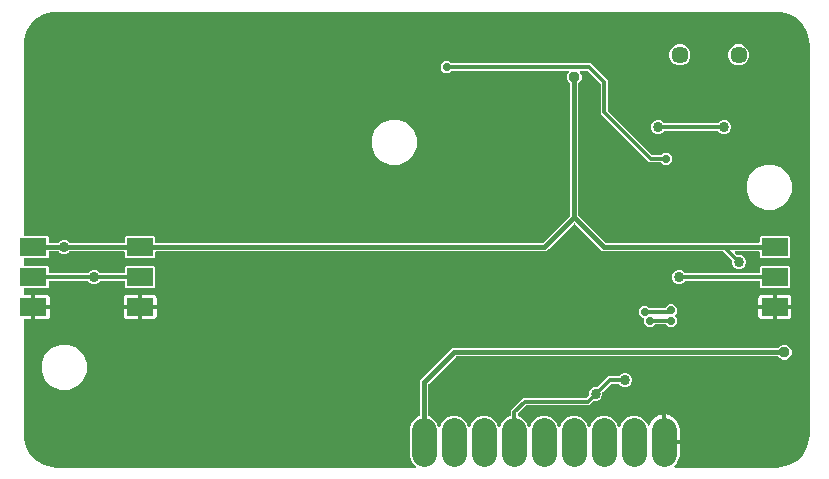
<source format=gbr>
G04 EAGLE Gerber RS-274X export*
G75*
%MOMM*%
%FSLAX34Y34*%
%LPD*%
%INTop Copper*%
%IPPOS*%
%AMOC8*
5,1,8,0,0,1.08239X$1,22.5*%
G01*
%ADD10R,2.286000X1.524000*%
%ADD11C,1.447800*%
%ADD12C,2.095500*%
%ADD13C,0.855600*%
%ADD14C,0.955600*%
%ADD15C,0.406400*%
%ADD16C,0.304800*%
%ADD17C,0.705600*%

G36*
X335271Y3822D02*
X335271Y3822D01*
X335343Y3824D01*
X335392Y3842D01*
X335443Y3850D01*
X335506Y3884D01*
X335574Y3909D01*
X335614Y3941D01*
X335660Y3966D01*
X335710Y4018D01*
X335766Y4062D01*
X335794Y4106D01*
X335830Y4144D01*
X335860Y4209D01*
X335899Y4269D01*
X335911Y4320D01*
X335933Y4367D01*
X335941Y4438D01*
X335959Y4508D01*
X335955Y4560D01*
X335960Y4611D01*
X335945Y4682D01*
X335940Y4753D01*
X335919Y4801D01*
X335908Y4852D01*
X335871Y4913D01*
X335843Y4979D01*
X335799Y5035D01*
X335782Y5063D01*
X335764Y5078D01*
X335739Y5110D01*
X332725Y8124D01*
X330898Y12535D01*
X330898Y38265D01*
X332725Y42676D01*
X336101Y46052D01*
X338873Y47201D01*
X338973Y47262D01*
X339073Y47322D01*
X339077Y47327D01*
X339082Y47330D01*
X339157Y47420D01*
X339233Y47509D01*
X339235Y47515D01*
X339239Y47520D01*
X339281Y47628D01*
X339325Y47737D01*
X339326Y47745D01*
X339327Y47749D01*
X339328Y47768D01*
X339343Y47904D01*
X339343Y77673D01*
X366827Y105157D01*
X642028Y105157D01*
X642118Y105171D01*
X642209Y105179D01*
X642239Y105191D01*
X642271Y105196D01*
X642351Y105239D01*
X642435Y105275D01*
X642467Y105301D01*
X642488Y105312D01*
X642510Y105335D01*
X642566Y105380D01*
X644130Y106943D01*
X646446Y107903D01*
X648954Y107903D01*
X651270Y106943D01*
X653043Y105170D01*
X654003Y102854D01*
X654003Y100346D01*
X653043Y98030D01*
X651270Y96257D01*
X648954Y95297D01*
X646446Y95297D01*
X644130Y96257D01*
X642566Y97820D01*
X642492Y97873D01*
X642423Y97933D01*
X642393Y97945D01*
X642367Y97964D01*
X642280Y97991D01*
X642195Y98025D01*
X642154Y98029D01*
X642131Y98036D01*
X642099Y98035D01*
X642028Y98043D01*
X370089Y98043D01*
X369998Y98029D01*
X369908Y98021D01*
X369878Y98009D01*
X369846Y98004D01*
X369765Y97961D01*
X369681Y97925D01*
X369649Y97899D01*
X369628Y97888D01*
X369606Y97865D01*
X369550Y97820D01*
X346680Y74950D01*
X346627Y74876D01*
X346567Y74806D01*
X346555Y74776D01*
X346536Y74750D01*
X346509Y74663D01*
X346475Y74578D01*
X346471Y74537D01*
X346464Y74515D01*
X346465Y74483D01*
X346457Y74411D01*
X346457Y47904D01*
X346476Y47789D01*
X346493Y47673D01*
X346495Y47667D01*
X346496Y47661D01*
X346551Y47559D01*
X346604Y47454D01*
X346609Y47449D01*
X346612Y47444D01*
X346696Y47364D01*
X346780Y47282D01*
X346786Y47278D01*
X346790Y47275D01*
X346807Y47267D01*
X346927Y47201D01*
X349699Y46052D01*
X353075Y42676D01*
X354897Y38278D01*
X354935Y38217D01*
X354964Y38152D01*
X354999Y38114D01*
X355026Y38069D01*
X355082Y38023D01*
X355130Y37971D01*
X355176Y37946D01*
X355216Y37912D01*
X355283Y37887D01*
X355346Y37852D01*
X355397Y37843D01*
X355445Y37824D01*
X355517Y37821D01*
X355588Y37808D01*
X355639Y37816D01*
X355691Y37814D01*
X355760Y37834D01*
X355831Y37844D01*
X355877Y37868D01*
X355927Y37882D01*
X355986Y37923D01*
X356050Y37956D01*
X356087Y37993D01*
X356129Y38023D01*
X356172Y38080D01*
X356222Y38131D01*
X356257Y38194D01*
X356276Y38220D01*
X356283Y38242D01*
X356303Y38278D01*
X358125Y42676D01*
X361501Y46052D01*
X365913Y47880D01*
X370687Y47880D01*
X375099Y46052D01*
X378475Y42676D01*
X380297Y38278D01*
X380334Y38217D01*
X380364Y38152D01*
X380399Y38113D01*
X380426Y38069D01*
X380481Y38024D01*
X380530Y37971D01*
X380576Y37946D01*
X380616Y37912D01*
X380683Y37887D01*
X380746Y37852D01*
X380797Y37843D01*
X380845Y37824D01*
X380917Y37821D01*
X380988Y37808D01*
X381039Y37816D01*
X381091Y37814D01*
X381160Y37834D01*
X381231Y37844D01*
X381277Y37868D01*
X381327Y37882D01*
X381386Y37923D01*
X381450Y37956D01*
X381487Y37993D01*
X381529Y38023D01*
X381572Y38080D01*
X381622Y38131D01*
X381657Y38194D01*
X381676Y38220D01*
X381683Y38242D01*
X381703Y38278D01*
X383525Y42676D01*
X386901Y46052D01*
X391313Y47880D01*
X396087Y47880D01*
X400499Y46052D01*
X403875Y42676D01*
X405697Y38278D01*
X405734Y38217D01*
X405764Y38152D01*
X405799Y38113D01*
X405826Y38069D01*
X405881Y38024D01*
X405930Y37971D01*
X405976Y37946D01*
X406016Y37912D01*
X406083Y37887D01*
X406146Y37852D01*
X406197Y37843D01*
X406245Y37824D01*
X406317Y37821D01*
X406388Y37808D01*
X406439Y37816D01*
X406491Y37814D01*
X406560Y37834D01*
X406631Y37844D01*
X406677Y37868D01*
X406727Y37882D01*
X406786Y37923D01*
X406850Y37956D01*
X406887Y37993D01*
X406929Y38023D01*
X406972Y38080D01*
X407022Y38131D01*
X407057Y38194D01*
X407076Y38220D01*
X407083Y38242D01*
X407103Y38278D01*
X408925Y42676D01*
X412301Y46052D01*
X415581Y47411D01*
X415680Y47472D01*
X415781Y47533D01*
X415785Y47537D01*
X415790Y47541D01*
X415864Y47630D01*
X415941Y47720D01*
X415943Y47725D01*
X415947Y47730D01*
X415989Y47838D01*
X416033Y47948D01*
X416034Y47955D01*
X416035Y47960D01*
X416036Y47978D01*
X416051Y48114D01*
X416051Y52063D01*
X426727Y62739D01*
X480046Y62739D01*
X480136Y62753D01*
X480227Y62761D01*
X480257Y62773D01*
X480289Y62778D01*
X480369Y62821D01*
X480453Y62857D01*
X480485Y62883D01*
X480506Y62894D01*
X480528Y62917D01*
X480584Y62962D01*
X481948Y64326D01*
X482001Y64400D01*
X482061Y64469D01*
X482073Y64499D01*
X482092Y64526D01*
X482119Y64613D01*
X482153Y64697D01*
X482157Y64738D01*
X482164Y64761D01*
X482163Y64793D01*
X482171Y64864D01*
X482171Y67194D01*
X483055Y69327D01*
X484687Y70959D01*
X486820Y71843D01*
X489150Y71843D01*
X489240Y71857D01*
X489331Y71865D01*
X489361Y71877D01*
X489393Y71882D01*
X489473Y71925D01*
X489557Y71961D01*
X489589Y71987D01*
X489610Y71998D01*
X489632Y72021D01*
X489688Y72066D01*
X498688Y81066D01*
X507393Y81066D01*
X507483Y81081D01*
X507574Y81088D01*
X507604Y81100D01*
X507636Y81106D01*
X507717Y81148D01*
X507800Y81184D01*
X507833Y81210D01*
X507853Y81221D01*
X507875Y81244D01*
X507931Y81289D01*
X509579Y82937D01*
X511712Y83820D01*
X514020Y83820D01*
X516153Y82937D01*
X517785Y81304D01*
X518669Y79171D01*
X518669Y76863D01*
X517785Y74730D01*
X516153Y73098D01*
X514020Y72215D01*
X511712Y72215D01*
X509579Y73098D01*
X507931Y74746D01*
X507857Y74799D01*
X507788Y74858D01*
X507758Y74870D01*
X507732Y74889D01*
X507645Y74916D01*
X507560Y74950D01*
X507519Y74955D01*
X507497Y74961D01*
X507464Y74961D01*
X507393Y74969D01*
X501529Y74969D01*
X501439Y74954D01*
X501348Y74947D01*
X501319Y74934D01*
X501287Y74929D01*
X501206Y74886D01*
X501122Y74850D01*
X501090Y74825D01*
X501069Y74814D01*
X501047Y74790D01*
X500991Y74746D01*
X494000Y67754D01*
X493947Y67680D01*
X493887Y67611D01*
X493875Y67581D01*
X493856Y67554D01*
X493829Y67467D01*
X493795Y67383D01*
X493791Y67342D01*
X493784Y67319D01*
X493785Y67287D01*
X493777Y67216D01*
X493777Y64886D01*
X492893Y62753D01*
X491261Y61121D01*
X489128Y60237D01*
X486798Y60237D01*
X486708Y60223D01*
X486617Y60215D01*
X486587Y60203D01*
X486555Y60198D01*
X486475Y60155D01*
X486391Y60119D01*
X486359Y60093D01*
X486338Y60082D01*
X486316Y60059D01*
X486260Y60014D01*
X484896Y58650D01*
X482887Y56641D01*
X429568Y56641D01*
X429478Y56627D01*
X429387Y56619D01*
X429357Y56607D01*
X429325Y56602D01*
X429245Y56559D01*
X429161Y56523D01*
X429129Y56497D01*
X429108Y56486D01*
X429086Y56463D01*
X429030Y56418D01*
X422372Y49760D01*
X422319Y49686D01*
X422259Y49617D01*
X422247Y49587D01*
X422228Y49560D01*
X422201Y49473D01*
X422167Y49389D01*
X422163Y49348D01*
X422156Y49325D01*
X422157Y49293D01*
X422149Y49222D01*
X422149Y48114D01*
X422168Y48000D01*
X422185Y47884D01*
X422187Y47878D01*
X422188Y47872D01*
X422243Y47769D01*
X422296Y47664D01*
X422301Y47660D01*
X422304Y47654D01*
X422388Y47574D01*
X422472Y47492D01*
X422478Y47488D01*
X422482Y47485D01*
X422499Y47477D01*
X422619Y47411D01*
X425899Y46052D01*
X429275Y42676D01*
X431097Y38278D01*
X431134Y38217D01*
X431164Y38152D01*
X431199Y38113D01*
X431226Y38069D01*
X431281Y38024D01*
X431330Y37971D01*
X431376Y37946D01*
X431416Y37912D01*
X431483Y37887D01*
X431546Y37852D01*
X431597Y37843D01*
X431645Y37824D01*
X431717Y37821D01*
X431788Y37808D01*
X431839Y37816D01*
X431891Y37814D01*
X431960Y37834D01*
X432031Y37844D01*
X432077Y37868D01*
X432127Y37882D01*
X432186Y37923D01*
X432250Y37956D01*
X432287Y37993D01*
X432329Y38023D01*
X432372Y38080D01*
X432422Y38131D01*
X432457Y38194D01*
X432476Y38220D01*
X432483Y38242D01*
X432503Y38278D01*
X434325Y42676D01*
X437701Y46052D01*
X442113Y47880D01*
X446887Y47880D01*
X451299Y46052D01*
X454675Y42676D01*
X456497Y38278D01*
X456534Y38217D01*
X456564Y38152D01*
X456599Y38113D01*
X456626Y38069D01*
X456681Y38024D01*
X456730Y37971D01*
X456776Y37946D01*
X456816Y37912D01*
X456883Y37887D01*
X456946Y37852D01*
X456997Y37843D01*
X457045Y37824D01*
X457117Y37821D01*
X457188Y37808D01*
X457239Y37816D01*
X457291Y37814D01*
X457360Y37834D01*
X457431Y37844D01*
X457477Y37868D01*
X457527Y37882D01*
X457586Y37923D01*
X457650Y37956D01*
X457687Y37993D01*
X457729Y38023D01*
X457772Y38080D01*
X457822Y38131D01*
X457857Y38194D01*
X457876Y38220D01*
X457883Y38242D01*
X457903Y38278D01*
X459725Y42676D01*
X463101Y46052D01*
X467513Y47880D01*
X472287Y47880D01*
X476699Y46052D01*
X480075Y42676D01*
X481897Y38278D01*
X481934Y38217D01*
X481964Y38152D01*
X481999Y38113D01*
X482026Y38069D01*
X482081Y38024D01*
X482130Y37971D01*
X482176Y37946D01*
X482216Y37912D01*
X482283Y37887D01*
X482346Y37852D01*
X482397Y37843D01*
X482445Y37824D01*
X482517Y37821D01*
X482588Y37808D01*
X482639Y37816D01*
X482691Y37814D01*
X482760Y37834D01*
X482831Y37844D01*
X482877Y37868D01*
X482927Y37882D01*
X482986Y37923D01*
X483050Y37956D01*
X483087Y37993D01*
X483129Y38023D01*
X483172Y38080D01*
X483222Y38131D01*
X483257Y38194D01*
X483276Y38220D01*
X483283Y38242D01*
X483303Y38278D01*
X485125Y42676D01*
X488501Y46052D01*
X492913Y47880D01*
X497687Y47880D01*
X502099Y46052D01*
X505475Y42676D01*
X507297Y38278D01*
X507334Y38217D01*
X507364Y38152D01*
X507399Y38113D01*
X507426Y38069D01*
X507481Y38024D01*
X507530Y37971D01*
X507576Y37946D01*
X507616Y37912D01*
X507683Y37887D01*
X507746Y37852D01*
X507797Y37843D01*
X507845Y37824D01*
X507917Y37821D01*
X507988Y37808D01*
X508039Y37816D01*
X508091Y37814D01*
X508160Y37834D01*
X508231Y37844D01*
X508277Y37868D01*
X508327Y37882D01*
X508386Y37923D01*
X508450Y37956D01*
X508487Y37993D01*
X508529Y38023D01*
X508572Y38080D01*
X508622Y38131D01*
X508657Y38194D01*
X508676Y38220D01*
X508683Y38242D01*
X508703Y38278D01*
X510525Y42676D01*
X513901Y46052D01*
X518313Y47880D01*
X523087Y47880D01*
X527499Y46052D01*
X530875Y42676D01*
X532185Y39515D01*
X532238Y39428D01*
X532286Y39340D01*
X532302Y39325D01*
X532314Y39306D01*
X532392Y39241D01*
X532466Y39172D01*
X532487Y39163D01*
X532504Y39149D01*
X532598Y39113D01*
X532690Y39071D01*
X532713Y39069D01*
X532733Y39061D01*
X532834Y39056D01*
X532935Y39046D01*
X532957Y39051D01*
X532979Y39050D01*
X533076Y39078D01*
X533175Y39101D01*
X533194Y39113D01*
X533215Y39119D01*
X533298Y39176D01*
X533385Y39229D01*
X533399Y39246D01*
X533417Y39259D01*
X533478Y39340D01*
X533543Y39418D01*
X533554Y39443D01*
X533564Y39456D01*
X533574Y39488D01*
X533612Y39571D01*
X534036Y40875D01*
X534966Y42700D01*
X536170Y44358D01*
X537619Y45807D01*
X539277Y47012D01*
X541103Y47942D01*
X543052Y48575D01*
X544577Y48817D01*
X544577Y26162D01*
X544580Y26142D01*
X544578Y26123D01*
X544600Y26021D01*
X544617Y25919D01*
X544626Y25902D01*
X544630Y25882D01*
X544683Y25793D01*
X544732Y25702D01*
X544746Y25688D01*
X544756Y25671D01*
X544835Y25604D01*
X544910Y25533D01*
X544928Y25524D01*
X544943Y25511D01*
X545039Y25473D01*
X545133Y25429D01*
X545153Y25427D01*
X545171Y25419D01*
X545338Y25401D01*
X546101Y25401D01*
X546101Y24638D01*
X546104Y24618D01*
X546102Y24599D01*
X546124Y24497D01*
X546141Y24395D01*
X546150Y24378D01*
X546154Y24358D01*
X546207Y24269D01*
X546256Y24178D01*
X546270Y24164D01*
X546280Y24147D01*
X546359Y24080D01*
X546434Y24009D01*
X546452Y24000D01*
X546467Y23987D01*
X546563Y23948D01*
X546657Y23905D01*
X546677Y23903D01*
X546695Y23895D01*
X546862Y23877D01*
X559118Y23877D01*
X559118Y13898D01*
X558798Y11874D01*
X558164Y9925D01*
X557234Y8100D01*
X556030Y6442D01*
X554698Y5110D01*
X554656Y5052D01*
X554607Y5000D01*
X554585Y4953D01*
X554555Y4911D01*
X554534Y4842D01*
X554503Y4777D01*
X554498Y4725D01*
X554482Y4675D01*
X554484Y4604D01*
X554476Y4533D01*
X554487Y4482D01*
X554489Y4430D01*
X554513Y4362D01*
X554529Y4292D01*
X554555Y4247D01*
X554573Y4199D01*
X554618Y4143D01*
X554655Y4081D01*
X554694Y4047D01*
X554727Y4007D01*
X554787Y3968D01*
X554842Y3921D01*
X554890Y3902D01*
X554934Y3874D01*
X555003Y3856D01*
X555070Y3829D01*
X555141Y3821D01*
X555172Y3813D01*
X555196Y3815D01*
X555237Y3811D01*
X641350Y3811D01*
X641369Y3814D01*
X641400Y3812D01*
X644947Y4045D01*
X644970Y4050D01*
X645094Y4069D01*
X651948Y5905D01*
X651962Y5912D01*
X651978Y5914D01*
X652131Y5982D01*
X658276Y9529D01*
X658288Y9539D01*
X658302Y9545D01*
X658433Y9650D01*
X663450Y14667D01*
X663459Y14680D01*
X663472Y14689D01*
X663550Y14795D01*
X663555Y14801D01*
X663558Y14806D01*
X663571Y14824D01*
X667118Y20969D01*
X667124Y20984D01*
X667134Y20996D01*
X667195Y21152D01*
X669031Y28006D01*
X669033Y28029D01*
X669055Y28153D01*
X669288Y31700D01*
X669286Y31719D01*
X669289Y31750D01*
X669289Y361950D01*
X669286Y361969D01*
X669288Y362000D01*
X669055Y365547D01*
X669050Y365570D01*
X669031Y365694D01*
X667195Y372548D01*
X667188Y372562D01*
X667186Y372578D01*
X667118Y372731D01*
X663571Y378876D01*
X663561Y378888D01*
X663555Y378902D01*
X663450Y379033D01*
X658433Y384050D01*
X658420Y384059D01*
X658411Y384072D01*
X658276Y384171D01*
X652131Y387718D01*
X652116Y387724D01*
X652104Y387734D01*
X651948Y387795D01*
X645094Y389631D01*
X645071Y389633D01*
X644947Y389655D01*
X641400Y389888D01*
X641381Y389886D01*
X641350Y389889D01*
X31750Y389889D01*
X31731Y389886D01*
X31700Y389888D01*
X28153Y389655D01*
X28130Y389650D01*
X28006Y389631D01*
X21152Y387795D01*
X21138Y387788D01*
X21122Y387786D01*
X20969Y387718D01*
X14824Y384171D01*
X14812Y384161D01*
X14798Y384155D01*
X14667Y384050D01*
X9650Y379033D01*
X9641Y379020D01*
X9628Y379011D01*
X9529Y378876D01*
X5982Y372731D01*
X5976Y372717D01*
X5966Y372704D01*
X5913Y372568D01*
X5908Y372556D01*
X5907Y372552D01*
X5905Y372548D01*
X4069Y365694D01*
X4067Y365671D01*
X4045Y365547D01*
X3812Y362000D01*
X3814Y361981D01*
X3811Y361950D01*
X3811Y200406D01*
X3814Y200386D01*
X3812Y200367D01*
X3834Y200265D01*
X3850Y200163D01*
X3860Y200146D01*
X3864Y200126D01*
X3917Y200037D01*
X3966Y199946D01*
X3980Y199932D01*
X3990Y199915D01*
X4069Y199848D01*
X4144Y199776D01*
X4162Y199768D01*
X4177Y199755D01*
X4273Y199716D01*
X4367Y199673D01*
X4387Y199671D01*
X4405Y199663D01*
X4572Y199645D01*
X24000Y199645D01*
X24893Y198752D01*
X24893Y194818D01*
X24896Y194798D01*
X24894Y194779D01*
X24916Y194677D01*
X24932Y194575D01*
X24942Y194558D01*
X24946Y194538D01*
X24999Y194449D01*
X25048Y194358D01*
X25062Y194344D01*
X25072Y194327D01*
X25151Y194260D01*
X25226Y194188D01*
X25244Y194180D01*
X25259Y194167D01*
X25355Y194128D01*
X25449Y194085D01*
X25469Y194083D01*
X25487Y194075D01*
X25654Y194057D01*
X33135Y194057D01*
X33225Y194071D01*
X33316Y194079D01*
X33346Y194091D01*
X33378Y194096D01*
X33459Y194139D01*
X33542Y194175D01*
X33575Y194201D01*
X33595Y194212D01*
X33617Y194235D01*
X33673Y194280D01*
X34813Y195419D01*
X36946Y196303D01*
X39254Y196303D01*
X41387Y195419D01*
X42527Y194280D01*
X42601Y194227D01*
X42670Y194167D01*
X42700Y194155D01*
X42726Y194136D01*
X42813Y194109D01*
X42898Y194075D01*
X42939Y194071D01*
X42961Y194064D01*
X42994Y194065D01*
X43065Y194057D01*
X88646Y194057D01*
X88666Y194060D01*
X88685Y194058D01*
X88787Y194080D01*
X88889Y194096D01*
X88906Y194106D01*
X88926Y194110D01*
X89015Y194163D01*
X89106Y194212D01*
X89120Y194226D01*
X89137Y194236D01*
X89204Y194315D01*
X89276Y194390D01*
X89284Y194408D01*
X89297Y194423D01*
X89336Y194519D01*
X89379Y194613D01*
X89381Y194633D01*
X89389Y194651D01*
X89407Y194818D01*
X89407Y198752D01*
X90300Y199645D01*
X114424Y199645D01*
X115317Y198752D01*
X115317Y194818D01*
X115320Y194798D01*
X115318Y194779D01*
X115340Y194677D01*
X115356Y194575D01*
X115366Y194558D01*
X115370Y194538D01*
X115423Y194449D01*
X115472Y194358D01*
X115486Y194344D01*
X115496Y194327D01*
X115575Y194260D01*
X115650Y194188D01*
X115668Y194180D01*
X115683Y194167D01*
X115779Y194128D01*
X115873Y194085D01*
X115893Y194083D01*
X115911Y194075D01*
X116078Y194057D01*
X442711Y194057D01*
X442802Y194071D01*
X442892Y194079D01*
X442922Y194091D01*
X442954Y194096D01*
X443035Y194139D01*
X443119Y194175D01*
X443151Y194201D01*
X443172Y194212D01*
X443194Y194235D01*
X443250Y194280D01*
X466120Y217150D01*
X466173Y217224D01*
X466233Y217294D01*
X466245Y217324D01*
X466264Y217350D01*
X466291Y217437D01*
X466325Y217522D01*
X466329Y217563D01*
X466336Y217585D01*
X466335Y217617D01*
X466343Y217689D01*
X466343Y328728D01*
X466329Y328818D01*
X466321Y328909D01*
X466309Y328939D01*
X466304Y328971D01*
X466261Y329051D01*
X466225Y329135D01*
X466199Y329167D01*
X466188Y329188D01*
X466165Y329210D01*
X466120Y329266D01*
X464557Y330830D01*
X463597Y333146D01*
X463597Y335654D01*
X464557Y337970D01*
X465138Y338552D01*
X465180Y338610D01*
X465230Y338662D01*
X465252Y338709D01*
X465282Y338751D01*
X465303Y338820D01*
X465333Y338885D01*
X465339Y338937D01*
X465354Y338987D01*
X465352Y339058D01*
X465360Y339129D01*
X465349Y339180D01*
X465348Y339232D01*
X465323Y339300D01*
X465308Y339370D01*
X465281Y339415D01*
X465263Y339463D01*
X465219Y339519D01*
X465182Y339581D01*
X465142Y339615D01*
X465110Y339655D01*
X465049Y339694D01*
X464995Y339741D01*
X464947Y339760D01*
X464903Y339788D01*
X464833Y339806D01*
X464767Y339833D01*
X464696Y339841D01*
X464664Y339849D01*
X464641Y339847D01*
X464600Y339851D01*
X366362Y339851D01*
X366272Y339837D01*
X366181Y339829D01*
X366151Y339817D01*
X366119Y339812D01*
X366039Y339769D01*
X365955Y339733D01*
X365923Y339707D01*
X365902Y339696D01*
X365880Y339673D01*
X365824Y339628D01*
X364043Y337847D01*
X359857Y337847D01*
X356897Y340807D01*
X356897Y344993D01*
X359857Y347953D01*
X364043Y347953D01*
X365824Y346172D01*
X365898Y346119D01*
X365967Y346059D01*
X365998Y346047D01*
X366024Y346028D01*
X366111Y346001D01*
X366196Y345967D01*
X366236Y345963D01*
X366259Y345956D01*
X366291Y345957D01*
X366362Y345949D01*
X483863Y345949D01*
X498349Y331463D01*
X498349Y306378D01*
X498363Y306288D01*
X498371Y306197D01*
X498383Y306167D01*
X498388Y306135D01*
X498431Y306055D01*
X498467Y305971D01*
X498493Y305939D01*
X498504Y305918D01*
X498527Y305896D01*
X498572Y305840D01*
X535710Y268702D01*
X535784Y268649D01*
X535853Y268589D01*
X535883Y268577D01*
X535910Y268558D01*
X535997Y268531D01*
X536081Y268497D01*
X536122Y268493D01*
X536145Y268486D01*
X536177Y268487D01*
X536248Y268479D01*
X542958Y268479D01*
X543048Y268493D01*
X543139Y268501D01*
X543169Y268513D01*
X543201Y268518D01*
X543281Y268561D01*
X543365Y268597D01*
X543397Y268623D01*
X543418Y268634D01*
X543440Y268657D01*
X543496Y268702D01*
X545277Y270483D01*
X549463Y270483D01*
X552423Y267523D01*
X552423Y263337D01*
X549463Y260377D01*
X545277Y260377D01*
X543496Y262158D01*
X543422Y262211D01*
X543353Y262271D01*
X543322Y262283D01*
X543296Y262302D01*
X543209Y262329D01*
X543124Y262363D01*
X543084Y262367D01*
X543061Y262374D01*
X543029Y262373D01*
X542958Y262381D01*
X533407Y262381D01*
X492251Y303537D01*
X492251Y328622D01*
X492237Y328712D01*
X492229Y328803D01*
X492217Y328833D01*
X492212Y328865D01*
X492169Y328945D01*
X492133Y329029D01*
X492107Y329061D01*
X492096Y329082D01*
X492073Y329104D01*
X492028Y329160D01*
X481560Y339628D01*
X481486Y339681D01*
X481417Y339741D01*
X481387Y339753D01*
X481360Y339772D01*
X481273Y339799D01*
X481189Y339833D01*
X481148Y339837D01*
X481125Y339844D01*
X481093Y339843D01*
X481022Y339851D01*
X475200Y339851D01*
X475129Y339840D01*
X475057Y339838D01*
X475009Y339820D01*
X474957Y339812D01*
X474894Y339778D01*
X474826Y339753D01*
X474786Y339721D01*
X474740Y339696D01*
X474690Y339644D01*
X474634Y339600D01*
X474606Y339556D01*
X474570Y339518D01*
X474540Y339453D01*
X474501Y339393D01*
X474489Y339342D01*
X474467Y339295D01*
X474459Y339224D01*
X474441Y339154D01*
X474445Y339102D01*
X474440Y339051D01*
X474455Y338980D01*
X474461Y338909D01*
X474481Y338861D01*
X474492Y338810D01*
X474529Y338749D01*
X474557Y338683D01*
X474602Y338627D01*
X474618Y338599D01*
X474636Y338584D01*
X474662Y338552D01*
X475243Y337970D01*
X476203Y335654D01*
X476203Y333146D01*
X475243Y330830D01*
X473680Y329266D01*
X473627Y329192D01*
X473567Y329123D01*
X473555Y329093D01*
X473536Y329067D01*
X473509Y328980D01*
X473475Y328895D01*
X473471Y328854D01*
X473464Y328831D01*
X473465Y328799D01*
X473457Y328728D01*
X473457Y217689D01*
X473471Y217598D01*
X473479Y217508D01*
X473491Y217478D01*
X473496Y217446D01*
X473539Y217365D01*
X473575Y217281D01*
X473601Y217249D01*
X473612Y217228D01*
X473635Y217206D01*
X473680Y217150D01*
X496550Y194280D01*
X496624Y194227D01*
X496694Y194167D01*
X496724Y194155D01*
X496750Y194136D01*
X496837Y194109D01*
X496922Y194075D01*
X496963Y194071D01*
X496985Y194064D01*
X497017Y194065D01*
X497089Y194057D01*
X626110Y194057D01*
X626130Y194060D01*
X626149Y194058D01*
X626251Y194080D01*
X626353Y194096D01*
X626370Y194106D01*
X626390Y194110D01*
X626479Y194163D01*
X626570Y194212D01*
X626584Y194226D01*
X626601Y194236D01*
X626668Y194315D01*
X626740Y194390D01*
X626748Y194408D01*
X626761Y194423D01*
X626800Y194519D01*
X626843Y194613D01*
X626845Y194633D01*
X626853Y194651D01*
X626871Y194818D01*
X626871Y198752D01*
X627764Y199645D01*
X651888Y199645D01*
X652781Y198752D01*
X652781Y182248D01*
X651888Y181355D01*
X627764Y181355D01*
X626871Y182248D01*
X626871Y186182D01*
X626868Y186202D01*
X626870Y186221D01*
X626848Y186323D01*
X626832Y186425D01*
X626822Y186442D01*
X626818Y186462D01*
X626765Y186550D01*
X626716Y186642D01*
X626702Y186656D01*
X626692Y186673D01*
X626613Y186740D01*
X626538Y186812D01*
X626520Y186820D01*
X626505Y186833D01*
X626409Y186872D01*
X626315Y186915D01*
X626295Y186917D01*
X626277Y186925D01*
X626110Y186943D01*
X606606Y186943D01*
X606535Y186932D01*
X606464Y186930D01*
X606415Y186912D01*
X606363Y186904D01*
X606300Y186870D01*
X606233Y186845D01*
X606192Y186813D01*
X606146Y186788D01*
X606097Y186736D01*
X606041Y186692D01*
X606012Y186648D01*
X605977Y186610D01*
X605946Y186545D01*
X605908Y186485D01*
X605895Y186434D01*
X605873Y186387D01*
X605865Y186316D01*
X605848Y186246D01*
X605852Y186194D01*
X605846Y186143D01*
X605861Y186072D01*
X605867Y186001D01*
X605887Y185953D01*
X605898Y185902D01*
X605935Y185841D01*
X605963Y185775D01*
X606008Y185719D01*
X606024Y185691D01*
X606042Y185676D01*
X606068Y185644D01*
X607886Y183826D01*
X607960Y183773D01*
X608029Y183713D01*
X608059Y183701D01*
X608086Y183682D01*
X608173Y183655D01*
X608257Y183621D01*
X608298Y183617D01*
X608321Y183610D01*
X608353Y183611D01*
X608424Y183603D01*
X610754Y183603D01*
X612887Y182719D01*
X614519Y181087D01*
X615403Y178954D01*
X615403Y176646D01*
X614519Y174513D01*
X612887Y172881D01*
X610754Y171997D01*
X608446Y171997D01*
X606313Y172881D01*
X604681Y174513D01*
X603797Y176646D01*
X603797Y178976D01*
X603783Y179066D01*
X603775Y179157D01*
X603763Y179187D01*
X603758Y179219D01*
X603715Y179299D01*
X603679Y179383D01*
X603653Y179415D01*
X603642Y179436D01*
X603619Y179458D01*
X603574Y179514D01*
X596368Y186720D01*
X596294Y186773D01*
X596225Y186833D01*
X596195Y186845D01*
X596168Y186864D01*
X596081Y186891D01*
X595997Y186925D01*
X595956Y186929D01*
X595933Y186936D01*
X595901Y186935D01*
X595830Y186943D01*
X493827Y186943D01*
X470438Y210332D01*
X470422Y210343D01*
X470410Y210359D01*
X470322Y210415D01*
X470239Y210475D01*
X470220Y210481D01*
X470203Y210492D01*
X470102Y210517D01*
X470003Y210548D01*
X469984Y210547D01*
X469964Y210552D01*
X469861Y210544D01*
X469758Y210541D01*
X469739Y210534D01*
X469719Y210533D01*
X469624Y210493D01*
X469527Y210457D01*
X469511Y210444D01*
X469493Y210437D01*
X469362Y210332D01*
X448280Y189250D01*
X445973Y186943D01*
X116078Y186943D01*
X116058Y186940D01*
X116039Y186942D01*
X115937Y186920D01*
X115835Y186904D01*
X115818Y186894D01*
X115798Y186890D01*
X115709Y186837D01*
X115618Y186788D01*
X115604Y186774D01*
X115587Y186764D01*
X115520Y186685D01*
X115448Y186610D01*
X115440Y186592D01*
X115427Y186577D01*
X115388Y186481D01*
X115345Y186387D01*
X115343Y186367D01*
X115335Y186349D01*
X115317Y186182D01*
X115317Y182248D01*
X114424Y181355D01*
X90300Y181355D01*
X89407Y182248D01*
X89407Y186182D01*
X89404Y186202D01*
X89406Y186221D01*
X89384Y186323D01*
X89368Y186425D01*
X89358Y186442D01*
X89354Y186462D01*
X89301Y186550D01*
X89252Y186642D01*
X89238Y186656D01*
X89228Y186673D01*
X89149Y186740D01*
X89074Y186812D01*
X89056Y186820D01*
X89041Y186833D01*
X88945Y186872D01*
X88851Y186915D01*
X88831Y186917D01*
X88813Y186925D01*
X88646Y186943D01*
X43065Y186943D01*
X42975Y186929D01*
X42884Y186921D01*
X42854Y186909D01*
X42822Y186904D01*
X42741Y186861D01*
X42658Y186825D01*
X42625Y186799D01*
X42605Y186788D01*
X42583Y186765D01*
X42527Y186720D01*
X41387Y185581D01*
X39254Y184697D01*
X36946Y184697D01*
X34813Y185581D01*
X33673Y186720D01*
X33599Y186773D01*
X33530Y186833D01*
X33500Y186845D01*
X33474Y186864D01*
X33387Y186891D01*
X33302Y186925D01*
X33261Y186929D01*
X33239Y186936D01*
X33206Y186935D01*
X33135Y186943D01*
X25654Y186943D01*
X25634Y186940D01*
X25615Y186942D01*
X25513Y186920D01*
X25411Y186904D01*
X25394Y186894D01*
X25374Y186890D01*
X25285Y186837D01*
X25194Y186788D01*
X25180Y186774D01*
X25163Y186764D01*
X25096Y186685D01*
X25024Y186610D01*
X25016Y186592D01*
X25003Y186577D01*
X24964Y186481D01*
X24921Y186387D01*
X24919Y186367D01*
X24911Y186349D01*
X24893Y186182D01*
X24893Y182248D01*
X24000Y181355D01*
X4572Y181355D01*
X4552Y181352D01*
X4533Y181354D01*
X4431Y181332D01*
X4329Y181316D01*
X4312Y181306D01*
X4292Y181302D01*
X4203Y181249D01*
X4112Y181200D01*
X4098Y181186D01*
X4081Y181176D01*
X4014Y181097D01*
X3942Y181022D01*
X3934Y181004D01*
X3921Y180989D01*
X3882Y180893D01*
X3839Y180799D01*
X3837Y180779D01*
X3829Y180761D01*
X3811Y180594D01*
X3811Y175006D01*
X3814Y174986D01*
X3812Y174967D01*
X3834Y174865D01*
X3850Y174763D01*
X3860Y174746D01*
X3864Y174726D01*
X3917Y174637D01*
X3966Y174546D01*
X3980Y174532D01*
X3990Y174515D01*
X4069Y174448D01*
X4144Y174376D01*
X4162Y174368D01*
X4177Y174355D01*
X4273Y174316D01*
X4367Y174273D01*
X4387Y174271D01*
X4405Y174263D01*
X4572Y174245D01*
X24000Y174245D01*
X24893Y173352D01*
X24893Y168910D01*
X24896Y168890D01*
X24894Y168871D01*
X24916Y168769D01*
X24932Y168667D01*
X24942Y168650D01*
X24946Y168630D01*
X24999Y168541D01*
X25048Y168450D01*
X25062Y168436D01*
X25072Y168419D01*
X25151Y168352D01*
X25226Y168280D01*
X25244Y168272D01*
X25259Y168259D01*
X25355Y168220D01*
X25449Y168177D01*
X25469Y168175D01*
X25487Y168167D01*
X25654Y168149D01*
X58027Y168149D01*
X58117Y168163D01*
X58208Y168171D01*
X58238Y168183D01*
X58270Y168188D01*
X58351Y168231D01*
X58434Y168267D01*
X58467Y168293D01*
X58487Y168304D01*
X58509Y168327D01*
X58565Y168372D01*
X60213Y170019D01*
X62346Y170903D01*
X64654Y170903D01*
X66787Y170019D01*
X68435Y168372D01*
X68509Y168319D01*
X68578Y168259D01*
X68608Y168247D01*
X68634Y168228D01*
X68721Y168201D01*
X68806Y168167D01*
X68847Y168163D01*
X68869Y168156D01*
X68902Y168157D01*
X68973Y168149D01*
X88646Y168149D01*
X88666Y168152D01*
X88685Y168150D01*
X88787Y168172D01*
X88889Y168188D01*
X88906Y168198D01*
X88926Y168202D01*
X89015Y168255D01*
X89106Y168304D01*
X89120Y168318D01*
X89137Y168328D01*
X89204Y168407D01*
X89276Y168482D01*
X89284Y168500D01*
X89297Y168515D01*
X89336Y168611D01*
X89379Y168705D01*
X89381Y168725D01*
X89389Y168743D01*
X89407Y168910D01*
X89407Y173352D01*
X90300Y174245D01*
X114424Y174245D01*
X115317Y173352D01*
X115317Y156848D01*
X114424Y155955D01*
X90300Y155955D01*
X89407Y156848D01*
X89407Y161290D01*
X89404Y161310D01*
X89406Y161329D01*
X89384Y161431D01*
X89368Y161533D01*
X89358Y161550D01*
X89354Y161570D01*
X89301Y161659D01*
X89252Y161750D01*
X89238Y161764D01*
X89228Y161781D01*
X89149Y161848D01*
X89074Y161920D01*
X89056Y161928D01*
X89041Y161941D01*
X88945Y161980D01*
X88851Y162023D01*
X88831Y162025D01*
X88813Y162033D01*
X88646Y162051D01*
X68973Y162051D01*
X68883Y162037D01*
X68792Y162029D01*
X68762Y162017D01*
X68730Y162012D01*
X68649Y161969D01*
X68566Y161933D01*
X68533Y161907D01*
X68513Y161896D01*
X68491Y161873D01*
X68435Y161828D01*
X66787Y160181D01*
X64654Y159297D01*
X62346Y159297D01*
X60213Y160181D01*
X58565Y161828D01*
X58491Y161881D01*
X58422Y161941D01*
X58392Y161953D01*
X58366Y161972D01*
X58279Y161999D01*
X58194Y162033D01*
X58153Y162037D01*
X58131Y162044D01*
X58098Y162043D01*
X58027Y162051D01*
X25654Y162051D01*
X25634Y162048D01*
X25615Y162050D01*
X25513Y162028D01*
X25411Y162012D01*
X25394Y162002D01*
X25374Y161998D01*
X25285Y161945D01*
X25194Y161896D01*
X25180Y161882D01*
X25163Y161872D01*
X25096Y161793D01*
X25024Y161718D01*
X25016Y161700D01*
X25003Y161685D01*
X24964Y161589D01*
X24921Y161495D01*
X24919Y161475D01*
X24911Y161457D01*
X24893Y161290D01*
X24893Y156848D01*
X24000Y155955D01*
X4572Y155955D01*
X4552Y155952D01*
X4533Y155954D01*
X4431Y155932D01*
X4329Y155916D01*
X4312Y155906D01*
X4292Y155902D01*
X4203Y155849D01*
X4112Y155800D01*
X4098Y155786D01*
X4081Y155776D01*
X4014Y155697D01*
X3942Y155622D01*
X3934Y155604D01*
X3921Y155589D01*
X3882Y155493D01*
X3839Y155399D01*
X3837Y155379D01*
X3829Y155361D01*
X3811Y155194D01*
X3811Y150622D01*
X3814Y150602D01*
X3812Y150583D01*
X3834Y150481D01*
X3850Y150379D01*
X3860Y150362D01*
X3864Y150342D01*
X3917Y150253D01*
X3966Y150162D01*
X3980Y150148D01*
X3990Y150131D01*
X4069Y150064D01*
X4144Y149992D01*
X4162Y149984D01*
X4177Y149971D01*
X4273Y149932D01*
X4367Y149889D01*
X4387Y149887D01*
X4405Y149879D01*
X4572Y149861D01*
X10415Y149861D01*
X10415Y140462D01*
X10418Y140442D01*
X10416Y140423D01*
X10438Y140321D01*
X10455Y140219D01*
X10464Y140202D01*
X10468Y140182D01*
X10521Y140093D01*
X10570Y140002D01*
X10584Y139988D01*
X10594Y139971D01*
X10673Y139904D01*
X10748Y139833D01*
X10766Y139824D01*
X10781Y139811D01*
X10877Y139772D01*
X10971Y139729D01*
X10991Y139727D01*
X11009Y139719D01*
X11176Y139701D01*
X11939Y139701D01*
X11939Y139699D01*
X11176Y139699D01*
X11156Y139696D01*
X11137Y139698D01*
X11035Y139676D01*
X10933Y139659D01*
X10916Y139650D01*
X10896Y139646D01*
X10807Y139593D01*
X10716Y139544D01*
X10702Y139530D01*
X10685Y139520D01*
X10618Y139441D01*
X10547Y139366D01*
X10538Y139348D01*
X10525Y139333D01*
X10486Y139237D01*
X10443Y139143D01*
X10441Y139123D01*
X10433Y139105D01*
X10415Y138938D01*
X10415Y129539D01*
X4572Y129539D01*
X4552Y129536D01*
X4533Y129538D01*
X4431Y129516D01*
X4329Y129500D01*
X4312Y129490D01*
X4292Y129486D01*
X4203Y129433D01*
X4112Y129384D01*
X4098Y129370D01*
X4081Y129360D01*
X4014Y129281D01*
X3942Y129206D01*
X3934Y129188D01*
X3921Y129173D01*
X3882Y129077D01*
X3839Y128983D01*
X3837Y128963D01*
X3829Y128945D01*
X3811Y128778D01*
X3811Y31750D01*
X3814Y31732D01*
X3812Y31700D01*
X4045Y28153D01*
X4050Y28130D01*
X4069Y28006D01*
X5905Y21152D01*
X5912Y21138D01*
X5914Y21122D01*
X5950Y21041D01*
X5950Y21040D01*
X5951Y21038D01*
X5982Y20969D01*
X9529Y14824D01*
X9539Y14812D01*
X9545Y14798D01*
X9592Y14739D01*
X9593Y14738D01*
X9650Y14667D01*
X14667Y9650D01*
X14680Y9641D01*
X14689Y9628D01*
X14824Y9529D01*
X20969Y5982D01*
X20983Y5976D01*
X20996Y5966D01*
X21152Y5905D01*
X28006Y4069D01*
X28029Y4067D01*
X28153Y4045D01*
X31700Y3812D01*
X31719Y3814D01*
X31750Y3811D01*
X335200Y3811D01*
X335271Y3822D01*
G37*
%LPC*%
G36*
X313711Y260349D02*
X313711Y260349D01*
X306709Y263250D01*
X301350Y268609D01*
X298449Y275611D01*
X298449Y283189D01*
X301350Y290191D01*
X306709Y295550D01*
X313711Y298451D01*
X321289Y298451D01*
X328291Y295550D01*
X333650Y290191D01*
X336551Y283189D01*
X336551Y275611D01*
X333650Y268609D01*
X328291Y263250D01*
X321289Y260349D01*
X313711Y260349D01*
G37*
%LPD*%
%LPC*%
G36*
X631211Y222249D02*
X631211Y222249D01*
X624209Y225150D01*
X618850Y230509D01*
X615949Y237511D01*
X615949Y245089D01*
X618850Y252091D01*
X624209Y257450D01*
X631211Y260351D01*
X638789Y260351D01*
X645791Y257450D01*
X651150Y252091D01*
X654051Y245089D01*
X654051Y237511D01*
X651150Y230509D01*
X645791Y225150D01*
X638789Y222249D01*
X631211Y222249D01*
G37*
%LPD*%
%LPC*%
G36*
X34311Y69849D02*
X34311Y69849D01*
X27309Y72750D01*
X21950Y78109D01*
X19049Y85111D01*
X19049Y92689D01*
X21950Y99691D01*
X27309Y105050D01*
X34311Y107951D01*
X41889Y107951D01*
X48891Y105050D01*
X54250Y99691D01*
X57151Y92689D01*
X57151Y85111D01*
X54250Y78109D01*
X48891Y72750D01*
X41889Y69849D01*
X34311Y69849D01*
G37*
%LPD*%
%LPC*%
G36*
X627764Y155955D02*
X627764Y155955D01*
X626871Y156848D01*
X626871Y161290D01*
X626868Y161310D01*
X626870Y161329D01*
X626848Y161431D01*
X626832Y161533D01*
X626822Y161550D01*
X626818Y161570D01*
X626765Y161659D01*
X626716Y161750D01*
X626702Y161764D01*
X626692Y161781D01*
X626613Y161848D01*
X626538Y161920D01*
X626520Y161928D01*
X626505Y161941D01*
X626409Y161980D01*
X626315Y162023D01*
X626295Y162025D01*
X626277Y162033D01*
X626110Y162051D01*
X564273Y162051D01*
X564183Y162037D01*
X564092Y162029D01*
X564062Y162017D01*
X564030Y162012D01*
X563949Y161969D01*
X563866Y161933D01*
X563833Y161907D01*
X563813Y161896D01*
X563791Y161873D01*
X563735Y161828D01*
X562087Y160181D01*
X559954Y159297D01*
X557646Y159297D01*
X555513Y160181D01*
X553881Y161813D01*
X552997Y163946D01*
X552997Y166254D01*
X553881Y168387D01*
X555513Y170019D01*
X557646Y170903D01*
X559954Y170903D01*
X562087Y170019D01*
X563735Y168372D01*
X563809Y168319D01*
X563878Y168259D01*
X563908Y168247D01*
X563934Y168228D01*
X564021Y168201D01*
X564106Y168167D01*
X564147Y168163D01*
X564169Y168156D01*
X564202Y168157D01*
X564273Y168149D01*
X626110Y168149D01*
X626130Y168152D01*
X626149Y168150D01*
X626251Y168172D01*
X626353Y168188D01*
X626370Y168198D01*
X626390Y168202D01*
X626479Y168255D01*
X626570Y168304D01*
X626584Y168318D01*
X626601Y168328D01*
X626668Y168407D01*
X626740Y168482D01*
X626748Y168500D01*
X626761Y168515D01*
X626800Y168611D01*
X626843Y168705D01*
X626845Y168725D01*
X626853Y168743D01*
X626871Y168910D01*
X626871Y173352D01*
X627764Y174245D01*
X651888Y174245D01*
X652781Y173352D01*
X652781Y156848D01*
X651888Y155955D01*
X627764Y155955D01*
G37*
%LPD*%
%LPC*%
G36*
X539866Y286297D02*
X539866Y286297D01*
X537733Y287181D01*
X536101Y288813D01*
X535217Y290946D01*
X535217Y293254D01*
X536101Y295387D01*
X537733Y297019D01*
X539866Y297903D01*
X542174Y297903D01*
X544307Y297019D01*
X545955Y295372D01*
X546029Y295319D01*
X546098Y295259D01*
X546128Y295247D01*
X546154Y295228D01*
X546241Y295201D01*
X546326Y295167D01*
X546367Y295163D01*
X546389Y295156D01*
X546422Y295157D01*
X546493Y295149D01*
X591427Y295149D01*
X591517Y295163D01*
X591608Y295171D01*
X591638Y295183D01*
X591670Y295188D01*
X591751Y295231D01*
X591834Y295267D01*
X591867Y295293D01*
X591887Y295304D01*
X591909Y295327D01*
X591965Y295372D01*
X593613Y297019D01*
X595746Y297903D01*
X598054Y297903D01*
X600187Y297019D01*
X601819Y295387D01*
X602703Y293254D01*
X602703Y290946D01*
X601819Y288813D01*
X600187Y287181D01*
X598054Y286297D01*
X595746Y286297D01*
X593613Y287181D01*
X591965Y288828D01*
X591891Y288881D01*
X591822Y288941D01*
X591792Y288953D01*
X591766Y288972D01*
X591679Y288999D01*
X591594Y289033D01*
X591553Y289037D01*
X591531Y289044D01*
X591498Y289043D01*
X591427Y289051D01*
X546493Y289051D01*
X546403Y289037D01*
X546312Y289029D01*
X546282Y289017D01*
X546250Y289012D01*
X546169Y288969D01*
X546086Y288933D01*
X546053Y288907D01*
X546033Y288896D01*
X546011Y288873D01*
X545955Y288828D01*
X544307Y287181D01*
X542174Y286297D01*
X539866Y286297D01*
G37*
%LPD*%
%LPC*%
G36*
X532097Y123217D02*
X532097Y123217D01*
X529137Y126177D01*
X529137Y130018D01*
X529134Y130038D01*
X529136Y130057D01*
X529114Y130159D01*
X529098Y130261D01*
X529088Y130278D01*
X529084Y130298D01*
X529031Y130387D01*
X528982Y130478D01*
X528968Y130492D01*
X528958Y130509D01*
X528879Y130576D01*
X528804Y130648D01*
X528786Y130656D01*
X528771Y130669D01*
X528675Y130708D01*
X528581Y130751D01*
X528561Y130753D01*
X528543Y130761D01*
X528376Y130779D01*
X527525Y130779D01*
X524565Y133739D01*
X524565Y137925D01*
X527525Y140885D01*
X531711Y140885D01*
X533492Y139104D01*
X533566Y139051D01*
X533635Y138991D01*
X533666Y138979D01*
X533692Y138960D01*
X533779Y138933D01*
X533864Y138899D01*
X533904Y138895D01*
X533927Y138888D01*
X533959Y138889D01*
X534030Y138881D01*
X546484Y138881D01*
X546574Y138895D01*
X546665Y138903D01*
X546695Y138915D01*
X546727Y138920D01*
X546807Y138963D01*
X546891Y138999D01*
X546923Y139025D01*
X546944Y139036D01*
X546966Y139059D01*
X547022Y139104D01*
X549821Y141903D01*
X554007Y141903D01*
X556967Y138943D01*
X556967Y134757D01*
X555308Y133098D01*
X555296Y133082D01*
X555281Y133070D01*
X555225Y132982D01*
X555164Y132899D01*
X555159Y132880D01*
X555148Y132863D01*
X555122Y132762D01*
X555092Y132663D01*
X555093Y132644D01*
X555088Y132624D01*
X555096Y132521D01*
X555098Y132418D01*
X555105Y132399D01*
X555107Y132379D01*
X555147Y132284D01*
X555183Y132187D01*
X555195Y132171D01*
X555203Y132153D01*
X555308Y132022D01*
X556967Y130363D01*
X556967Y126177D01*
X554007Y123217D01*
X549821Y123217D01*
X548040Y124998D01*
X547966Y125051D01*
X547897Y125111D01*
X547866Y125123D01*
X547840Y125142D01*
X547753Y125169D01*
X547668Y125203D01*
X547628Y125207D01*
X547605Y125214D01*
X547573Y125213D01*
X547502Y125221D01*
X538602Y125221D01*
X538512Y125207D01*
X538421Y125199D01*
X538391Y125187D01*
X538359Y125182D01*
X538279Y125139D01*
X538195Y125103D01*
X538163Y125077D01*
X538142Y125066D01*
X538120Y125043D01*
X538064Y124998D01*
X536283Y123217D01*
X532097Y123217D01*
G37*
%LPD*%
%LPC*%
G36*
X607349Y344550D02*
X607349Y344550D01*
X604128Y345884D01*
X601662Y348350D01*
X600328Y351571D01*
X600328Y355057D01*
X601662Y358278D01*
X604128Y360744D01*
X607349Y362078D01*
X610835Y362078D01*
X614056Y360744D01*
X616522Y358278D01*
X617856Y355057D01*
X617856Y351571D01*
X616522Y348350D01*
X614056Y345884D01*
X610835Y344550D01*
X607349Y344550D01*
G37*
%LPD*%
%LPC*%
G36*
X557565Y344550D02*
X557565Y344550D01*
X554344Y345884D01*
X551878Y348350D01*
X550544Y351571D01*
X550544Y355057D01*
X551878Y358278D01*
X554344Y360744D01*
X557565Y362078D01*
X561051Y362078D01*
X564272Y360744D01*
X566738Y358278D01*
X568072Y355057D01*
X568072Y351571D01*
X566738Y348350D01*
X564272Y345884D01*
X561051Y344550D01*
X557565Y344550D01*
G37*
%LPD*%
%LPC*%
G36*
X547623Y26923D02*
X547623Y26923D01*
X547623Y48817D01*
X549148Y48575D01*
X551097Y47942D01*
X552923Y47012D01*
X554581Y45807D01*
X556030Y44358D01*
X557234Y42700D01*
X558164Y40875D01*
X558798Y38926D01*
X559118Y36902D01*
X559118Y26923D01*
X547623Y26923D01*
G37*
%LPD*%
%LPC*%
G36*
X641349Y141223D02*
X641349Y141223D01*
X641349Y149861D01*
X651590Y149861D01*
X652237Y149688D01*
X652816Y149353D01*
X653289Y148880D01*
X653624Y148301D01*
X653797Y147654D01*
X653797Y141223D01*
X641349Y141223D01*
G37*
%LPD*%
%LPC*%
G36*
X103885Y141223D02*
X103885Y141223D01*
X103885Y149861D01*
X114126Y149861D01*
X114773Y149688D01*
X115352Y149353D01*
X115825Y148880D01*
X116160Y148301D01*
X116333Y147654D01*
X116333Y141223D01*
X103885Y141223D01*
G37*
%LPD*%
%LPC*%
G36*
X13461Y141223D02*
X13461Y141223D01*
X13461Y149861D01*
X23702Y149861D01*
X24349Y149688D01*
X24928Y149353D01*
X25401Y148880D01*
X25736Y148301D01*
X25909Y147654D01*
X25909Y141223D01*
X13461Y141223D01*
G37*
%LPD*%
%LPC*%
G36*
X641349Y138177D02*
X641349Y138177D01*
X653797Y138177D01*
X653797Y131746D01*
X653624Y131099D01*
X653289Y130520D01*
X652816Y130047D01*
X652237Y129712D01*
X651590Y129539D01*
X641349Y129539D01*
X641349Y138177D01*
G37*
%LPD*%
%LPC*%
G36*
X103885Y138177D02*
X103885Y138177D01*
X116333Y138177D01*
X116333Y131746D01*
X116160Y131099D01*
X115825Y130520D01*
X115352Y130047D01*
X114773Y129712D01*
X114126Y129539D01*
X103885Y129539D01*
X103885Y138177D01*
G37*
%LPD*%
%LPC*%
G36*
X13461Y138177D02*
X13461Y138177D01*
X25909Y138177D01*
X25909Y131746D01*
X25736Y131099D01*
X25401Y130520D01*
X24928Y130047D01*
X24349Y129712D01*
X23702Y129539D01*
X13461Y129539D01*
X13461Y138177D01*
G37*
%LPD*%
%LPC*%
G36*
X625855Y141223D02*
X625855Y141223D01*
X625855Y147654D01*
X626028Y148301D01*
X626363Y148880D01*
X626836Y149353D01*
X627415Y149688D01*
X628062Y149861D01*
X638303Y149861D01*
X638303Y141223D01*
X625855Y141223D01*
G37*
%LPD*%
%LPC*%
G36*
X88391Y141223D02*
X88391Y141223D01*
X88391Y147654D01*
X88564Y148301D01*
X88899Y148880D01*
X89372Y149353D01*
X89951Y149688D01*
X90598Y149861D01*
X100839Y149861D01*
X100839Y141223D01*
X88391Y141223D01*
G37*
%LPD*%
%LPC*%
G36*
X628062Y129539D02*
X628062Y129539D01*
X627415Y129712D01*
X626836Y130047D01*
X626363Y130520D01*
X626028Y131099D01*
X625855Y131746D01*
X625855Y138177D01*
X638303Y138177D01*
X638303Y129539D01*
X628062Y129539D01*
G37*
%LPD*%
%LPC*%
G36*
X90598Y129539D02*
X90598Y129539D01*
X89951Y129712D01*
X89372Y130047D01*
X88899Y130520D01*
X88564Y131099D01*
X88391Y131746D01*
X88391Y138177D01*
X100839Y138177D01*
X100839Y129539D01*
X90598Y129539D01*
G37*
%LPD*%
%LPC*%
G36*
X639825Y139699D02*
X639825Y139699D01*
X639825Y139701D01*
X639827Y139701D01*
X639827Y139699D01*
X639825Y139699D01*
G37*
%LPD*%
%LPC*%
G36*
X102361Y139699D02*
X102361Y139699D01*
X102361Y139701D01*
X102363Y139701D01*
X102363Y139699D01*
X102361Y139699D01*
G37*
%LPD*%
D10*
X102362Y190500D03*
X102362Y165100D03*
X102362Y139700D03*
X11938Y190500D03*
X11938Y165100D03*
X11938Y139700D03*
X639826Y139700D03*
X639826Y165100D03*
X639826Y190500D03*
D11*
X559308Y353314D03*
X609092Y353314D03*
D12*
X368300Y35878D02*
X368300Y14923D01*
X393700Y14923D02*
X393700Y35878D01*
X419100Y35878D02*
X419100Y14923D01*
X444500Y14923D02*
X444500Y35878D01*
X469900Y35878D02*
X469900Y14923D01*
X495300Y14923D02*
X495300Y35878D01*
X520700Y35878D02*
X520700Y14923D01*
X546100Y14923D02*
X546100Y35878D01*
X342900Y35878D02*
X342900Y14923D01*
D13*
X38100Y139700D03*
X609600Y304800D03*
X457200Y304800D03*
X457200Y292100D03*
X241300Y381000D03*
X431800Y381000D03*
X50800Y254000D03*
X615950Y146050D03*
X373380Y354330D03*
D14*
X469900Y334400D03*
D15*
X469900Y215900D01*
X444500Y190500D01*
X102362Y190500D01*
X38100Y190500D01*
X11938Y190500D01*
X584200Y190500D02*
X639826Y190500D01*
X584200Y190500D02*
X495300Y190500D01*
X469900Y215900D01*
D13*
X38100Y190500D03*
X541020Y292100D03*
D16*
X596900Y292100D01*
D13*
X596900Y292100D03*
X609600Y177800D03*
D16*
X596900Y190500D01*
X584200Y190500D01*
D13*
X558800Y165100D03*
D16*
X639826Y165100D01*
D17*
X529618Y135832D03*
D16*
X550896Y135832D01*
X551914Y136850D01*
D17*
X551914Y136850D03*
X534190Y128270D03*
D16*
X551914Y128270D01*
D17*
X551914Y128270D03*
X361950Y342900D03*
D16*
X482600Y342900D01*
X495300Y330200D01*
X495300Y304800D01*
X534670Y265430D01*
X547370Y265430D01*
D17*
X547370Y265430D03*
D13*
X487974Y66040D03*
D16*
X484017Y62083D01*
X481624Y59690D01*
X427990Y59690D02*
X419100Y50800D01*
X419100Y25400D01*
X427990Y59690D02*
X481624Y59690D01*
D13*
X512866Y78017D03*
D16*
X499951Y78017D01*
X487974Y66040D01*
D14*
X647700Y101600D03*
D15*
X368300Y101600D01*
X342900Y76200D01*
X342900Y25400D01*
D16*
X63500Y165100D02*
X11938Y165100D01*
X63500Y165100D02*
X102362Y165100D01*
D13*
X63500Y165100D03*
M02*

</source>
